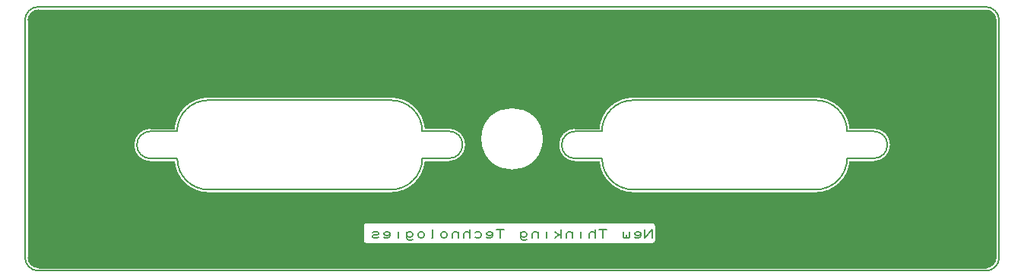
<source format=gbr>
%FSLAX36Y36*%
%MOMM*%
G04 EasyPC Gerber Version 18.0.8 Build 3632 *
%ADD82R,1.50000X16.75000*%
%ADD81R,2.00000X16.75000*%
%ADD28R,3.75000X26.50000*%
%ADD10C,0.02540*%
%ADD11C,0.12700*%
%ADD12C,0.20000*%
%ADD15C,5.00000*%
%ADD25R,105.50000X2.50000*%
%ADD79R,39.20000X3.00000*%
%ADD80R,6.20000X6.20000*%
X0Y0D02*
D02*
D10*
X26087500Y45182500D02*
G75*
G03X24917700Y44012700J-1169800D01*
G01*
Y17512700*
G75*
G03X26087500Y16342900I1169800*
G01*
X131587500*
G75*
G03X132757300Y17512700J1169800*
G01*
Y44012700*
G75*
G03X131587500Y45182500I-1169800*
G01*
X26087500*
X38537500Y31923500D02*
X41216200D01*
G75*
G02X45016500Y35407900I3800300J-330200*
G01*
X65358700*
G75*
G02X69152800Y31929700I100J-3808400*
G01*
X71850100*
G75*
G02X73655900Y30123900J-1805800*
G01*
Y30068100*
G75*
G02X71843900Y28256100I-1812000*
G01*
X69152800*
G75*
G02X65340100Y24759300I-3812700J330200*
G01*
X45022700*
G75*
G02X41233800Y28243700J3802200*
G01*
X38531300*
G75*
G02X36719300Y30055700J1812000*
G01*
Y30105300*
G75*
G02X38537500Y31923500I1818200*
G01*
X75370800Y30762700D02*
G75*
G02X82304200I3466700D01*
G01*
G75*
G02X75370800I-3466700*
G01*
X85849700Y31923500D02*
X88528400D01*
G75*
G02X92328700Y35407900I3800300J-330200*
G01*
X112670900*
G75*
G02X116465000Y31929700I100J-3808400*
G01*
X119162300*
G75*
G02X120968100Y30123900J-1805800*
G01*
Y30068100*
G75*
G02X119156100Y28256100I-1812000*
G01*
X116465000*
G75*
G02X112652300Y24759300I-3812700J330200*
G01*
X92334900*
G75*
G02X88546000Y28243700J3802200*
G01*
X85843500*
G75*
G02X84031500Y30055700J1812000*
G01*
Y30105300*
G75*
G02X85849700Y31923500I1818200*
G01*
X94779200Y19362700D02*
G75*
G02X94512500Y19096000I-266700D01*
G01*
X62562500*
G75*
G02X62295800Y19362700J266700*
G01*
Y21086700*
G75*
G02X62562500Y21353400I266700*
G01*
X94512500*
G75*
G02X94779200Y21086700J-266700*
G01*
Y19362700*
X24917700Y30083600D02*
G36*
Y20224700D01*
X62295800*
Y21086700*
G75*
G02X62562500Y21353400I266700*
G01*
X94512500*
G75*
G02X94779200Y21086700J-266700*
G01*
Y20224700*
X132757300*
Y30083600*
X120968100*
Y30068100*
G75*
G02X119156100Y28256100I-1812000*
G01*
X116465000*
G75*
G02X112652300Y24759300I-3812700J330200*
G01*
X92334900*
G75*
G02X88546000Y28243700J3802200*
G01*
X85843500*
G75*
G02X84031500Y30055700J1812000*
G01*
Y30083600*
X82237000*
G75*
G02X75438000I-3399500J679100*
G01*
X73655900*
Y30068100*
G75*
G02X71843900Y28256100I-1812000*
G01*
X69152800*
G75*
G02X65340100Y24759300I-3812700J330200*
G01*
X45022700*
G75*
G02X41233800Y28243700J3802200*
G01*
X38531300*
G75*
G02X36719300Y30055700J1812000*
G01*
Y30083600*
X24917700*
G37*
X36719300D02*
G36*
Y30105300D01*
G75*
G02X38537500Y31923500I1818200*
G01*
X41216200*
G75*
G02X45016500Y35407900I3800300J-330200*
G01*
X65358700*
G75*
G02X69152800Y31929700I100J-3808400*
G01*
X71850100*
G75*
G02X73655900Y30123900J-1805800*
G01*
Y30083600*
X75438000*
G75*
G02X75370800Y30762700I3399500J679300*
G01*
G75*
G02X82304200I3466700*
G01*
G75*
G02X82237000Y30083600I-3467000J200*
G01*
X84031500*
Y30105300*
G75*
G02X85849700Y31923500I1818200*
G01*
X88528400*
G75*
G02X92328700Y35407900I3800300J-330200*
G01*
X112670900*
G75*
G02X116465000Y31929700I100J-3808400*
G01*
X119162300*
G75*
G02X120968100Y30123900J-1805800*
G01*
Y30083600*
X132757300*
Y44012700*
G75*
G03X131587500Y45182500I-1169800*
G01*
X26087500*
G75*
G03X24917700Y44012700J-1169800*
G01*
Y30083600*
X36719300*
G37*
X24917700Y20224700D02*
G36*
Y17512700D01*
G75*
G03X26087500Y16342900I1169800*
G01*
X131587500*
G75*
G03X132757300Y17512700J1169800*
G01*
Y20224700*
X94779200*
Y19362700*
G75*
G02X94512500Y19096000I-266700*
G01*
X62562500*
G75*
G02X62295800Y19362700J266700*
G01*
Y20224700*
X24917700*
G37*
D02*
D11*
X26087500Y45512700D02*
G75*
G03X24587500Y44012700J-1500000D01*
G01*
Y17512700*
G75*
G03X26087500Y16012700I1500000*
G01*
X131587500*
G75*
G03X133087500Y17512700J1500000*
G01*
Y44012700*
G75*
G03X131587500Y45512700I-1500000*
G01*
X26087500*
X45016500Y35077700D02*
G75*
G03X41532100Y31593300J-3484400D01*
G01*
X38537500*
G75*
G03X37049500Y30105300J-1488000*
G01*
Y30055700*
G75*
G03X38531300Y28573900I1481800*
G01*
X41550700*
Y28561500*
G75*
G03X45022700Y25089500I3472000*
G01*
X65340100*
G75*
G03X68836900Y28586300J3496800*
G01*
X71843900*
G75*
G03X73325700Y30068100J1481800*
G01*
Y30123900*
G75*
G03X71850100Y31599500I-1475600*
G01*
X68836900*
G75*
G03X65358700Y35077700I-3478200*
G01*
X45016500*
X92328700D02*
G75*
G03X88844300Y31593300J-3484400D01*
G01*
X85849700*
G75*
G03X84361700Y30105300J-1488000*
G01*
Y30055700*
G75*
G03X85843500Y28573900I1481800*
G01*
X88862900*
Y28561500*
G75*
G03X92334900Y25089500I3472000*
G01*
X112652300*
G75*
G03X116149100Y28586300J3496800*
G01*
X119156100*
G75*
G03X120637900Y30068100J1481800*
G01*
Y30123900*
G75*
G03X119162300Y31599500I-1475600*
G01*
X116149100*
G75*
G03X112670900Y35077700I-3478200*
G01*
X92328700*
D02*
D12*
X94412500Y19700800D02*
Y20653300D01*
X93618700Y19700800*
Y20653300*
X92507500Y19780200D02*
X92586900Y19700800D01*
X92745600*
X92904400*
X93063100Y19780200*
X93142500Y19939000*
Y20177100*
X93063100Y20256500*
X92904400Y20335800*
X92745600*
X92586900Y20256500*
X92507500Y20177100*
Y20097700*
X92586900Y20018300*
X92745600Y19939000*
X92904400*
X93063100Y20018300*
X93142500Y20097700*
X91872500Y20335800D02*
Y19780200D01*
X91793100Y19700800*
X91634400*
X91555000Y19780200*
Y20018300*
Y19780200D02*
X91475600Y19700800D01*
X91316900*
X91237500Y19780200*
Y20335800*
X88935600Y19700800D02*
Y20653300D01*
X89332500D02*
X88538700D01*
X88062500Y19700800D02*
Y20653300D01*
Y20097700D02*
X87983100Y20256500D01*
X87824400Y20335800*
X87665600*
X87506900Y20256500*
X87427500Y20097700*
Y19700800*
X86475000D02*
Y20335800D01*
Y20574000D02*
X85522500Y19700800*
Y20335800D01*
Y20097700D02*
X85443100Y20256500D01*
X85284400Y20335800*
X85125600*
X84966900Y20256500*
X84887500Y20097700*
Y19700800*
X84252500D02*
Y20653300D01*
Y20018300D02*
X84014400D01*
X83617500Y20335800*
X84014400Y20018300D02*
X83617500Y19700800D01*
X82665000D02*
Y20335800D01*
Y20574000D02*
X81712500Y19700800*
Y20335800D01*
Y20097700D02*
X81633100Y20256500D01*
X81474400Y20335800*
X81315600*
X81156900Y20256500*
X81077500Y20097700*
Y19700800*
X79807500Y20097700D02*
X79886900Y20256500D01*
X80045600Y20335800*
X80204400*
X80363100Y20256500*
X80442500Y20097700*
Y20018300*
X80363100Y19859600*
X80204400Y19780200*
X80045600*
X79886900Y19859600*
X79807500Y20018300*
Y20335800D02*
Y19700800D01*
X79886900Y19542100*
X80045600Y19462700*
X80283700*
X80442500Y19542100*
X77505600Y19700800D02*
Y20653300D01*
X77902500D02*
X77108700D01*
X75997500Y19780200D02*
X76076900Y19700800D01*
X76235600*
X76394400*
X76553100Y19780200*
X76632500Y19939000*
Y20177100*
X76553100Y20256500*
X76394400Y20335800*
X76235600*
X76076900Y20256500*
X75997500Y20177100*
Y20097700*
X76076900Y20018300*
X76235600Y19939000*
X76394400*
X76553100Y20018300*
X76632500Y20097700*
X74727500Y20256500D02*
X74886200Y20335800D01*
X75124400*
X75283100Y20256500*
X75362500Y20097700*
Y19939000*
X75283100Y19780200*
X75124400Y19700800*
X74886200*
X74727500Y19780200*
X74092500Y19700800D02*
Y20653300D01*
Y20097700D02*
X74013100Y20256500D01*
X73854400Y20335800*
X73695600*
X73536900Y20256500*
X73457500Y20097700*
Y19700800*
X72822500D02*
Y20335800D01*
Y20097700D02*
X72743100Y20256500D01*
X72584400Y20335800*
X72425600*
X72266900Y20256500*
X72187500Y20097700*
Y19700800*
X71552500Y19939000D02*
X71473100Y19780200D01*
X71314400Y19700800*
X71155600*
X70996900Y19780200*
X70917500Y19939000*
Y20097700*
X70996900Y20256500*
X71155600Y20335800*
X71314400*
X71473100Y20256500*
X71552500Y20097700*
Y19939000*
X69885600Y19700800D02*
X69965000D01*
Y20653300*
X69012500Y19939000D02*
X68933100Y19780200D01*
X68774400Y19700800*
X68615600*
X68456900Y19780200*
X68377500Y19939000*
Y20097700*
X68456900Y20256500*
X68615600Y20335800*
X68774400*
X68933100Y20256500*
X69012500Y20097700*
Y19939000*
X67107500Y20097700D02*
X67186900Y20256500D01*
X67345600Y20335800*
X67504400*
X67663100Y20256500*
X67742500Y20097700*
Y20018300*
X67663100Y19859600*
X67504400Y19780200*
X67345600*
X67186900Y19859600*
X67107500Y20018300*
Y20335800D02*
Y19700800D01*
X67186900Y19542100*
X67345600Y19462700*
X67583700*
X67742500Y19542100*
X66155000Y19700800D02*
Y20335800D01*
Y20574000D02*
X64567500Y19780200*
X64646900Y19700800D01*
X64805600*
X64964400*
X65123100Y19780200*
X65202500Y19939000*
Y20177100*
X65123100Y20256500*
X64964400Y20335800*
X64805600*
X64646900Y20256500*
X64567500Y20177100*
Y20097700*
X64646900Y20018300*
X64805600Y19939000*
X64964400*
X65123100Y20018300*
X65202500Y20097700*
X63932500Y19780200D02*
X63773700Y19700800D01*
X63456200*
X63297500Y19780200*
Y19939000*
X63456200Y20018300*
X63773700*
X63932500Y20097700*
Y20256500*
X63773700Y20335800*
X63456200*
X63297500Y20256500*
D02*
D15*
X30587500Y19262700D03*
Y40762700D03*
X127087500Y19262700D03*
Y40762700D03*
D02*
D25*
X78812500Y43912700D03*
X78862500Y17662700D03*
D02*
D28*
X26787500Y30787700D03*
X130887500Y30837700D03*
D02*
D79*
X54962500Y36912700D03*
X55512500Y23237700D03*
X102162500Y36962700D03*
X102712500Y23287700D03*
D02*
D80*
X37962500Y35062700D03*
X38087500Y25087700D03*
X72237500Y35062700D03*
X72362500Y25087700D03*
X85312500Y35112700D03*
X85437500Y25137700D03*
X119587500Y35112700D03*
X119712500Y25137700D03*
D02*
D81*
X35687500Y30012700D03*
X122037500Y30187700D03*
D02*
D82*
X74487500D03*
X83187500Y30012700D03*
X0Y0D02*
M02*

</source>
